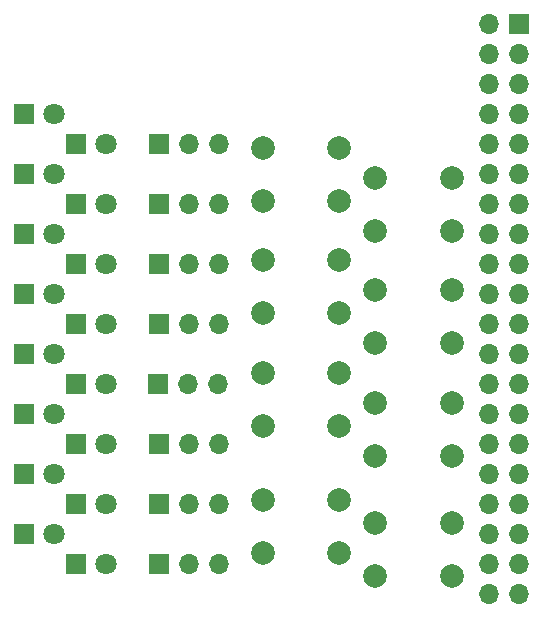
<source format=gbs>
G04 #@! TF.GenerationSoftware,KiCad,Pcbnew,(6.0.1)*
G04 #@! TF.CreationDate,2022-08-31T10:29:55-04:00*
G04 #@! TF.ProjectId,ITX-SWLEDs,4954582d-5357-44c4-9544-732e6b696361,1*
G04 #@! TF.SameCoordinates,Original*
G04 #@! TF.FileFunction,Soldermask,Bot*
G04 #@! TF.FilePolarity,Negative*
%FSLAX46Y46*%
G04 Gerber Fmt 4.6, Leading zero omitted, Abs format (unit mm)*
G04 Created by KiCad (PCBNEW (6.0.1)) date 2022-08-31 10:29:55*
%MOMM*%
%LPD*%
G01*
G04 APERTURE LIST*
%ADD10R,1.700000X1.700000*%
%ADD11O,1.700000X1.700000*%
%ADD12C,2.000000*%
%ADD13R,1.800000X1.800000*%
%ADD14C,1.800000*%
G04 APERTURE END LIST*
D10*
X120635000Y-82804000D03*
D11*
X123175000Y-82804000D03*
X125715000Y-82804000D03*
D12*
X138990000Y-84364000D03*
X145490000Y-84364000D03*
X138990000Y-88864000D03*
X145490000Y-88864000D03*
X135965000Y-72299000D03*
X129465000Y-72299000D03*
X129465000Y-76799000D03*
X135965000Y-76799000D03*
D10*
X120650000Y-72644000D03*
D11*
X123190000Y-72644000D03*
X125730000Y-72644000D03*
D13*
X109215000Y-70104000D03*
D14*
X111755000Y-70104000D03*
D13*
X113660000Y-67564000D03*
D14*
X116200000Y-67564000D03*
D13*
X109215000Y-59944000D03*
D14*
X111755000Y-59944000D03*
D10*
X120650000Y-98044000D03*
D11*
X123190000Y-98044000D03*
X125730000Y-98044000D03*
D10*
X151130000Y-52324000D03*
D11*
X148590000Y-52324000D03*
X151130000Y-54864000D03*
X148590000Y-54864000D03*
X151130000Y-57404000D03*
X148590000Y-57404000D03*
X151130000Y-59944000D03*
X148590000Y-59944000D03*
X151130000Y-62484000D03*
X148590000Y-62484000D03*
X151130000Y-65024000D03*
X148590000Y-65024000D03*
X151130000Y-67564000D03*
X148590000Y-67564000D03*
X151130000Y-70104000D03*
X148590000Y-70104000D03*
X151130000Y-72644000D03*
X148590000Y-72644000D03*
X151130000Y-75184000D03*
X148590000Y-75184000D03*
X151130000Y-77724000D03*
X148590000Y-77724000D03*
X151130000Y-80264000D03*
X148590000Y-80264000D03*
X151130000Y-82804000D03*
X148590000Y-82804000D03*
X151130000Y-85344000D03*
X148590000Y-85344000D03*
X151130000Y-87884000D03*
X148590000Y-87884000D03*
X151130000Y-90424000D03*
X148590000Y-90424000D03*
X151130000Y-92964000D03*
X148590000Y-92964000D03*
X151130000Y-95504000D03*
X148590000Y-95504000D03*
X151130000Y-98044000D03*
X148590000Y-98044000D03*
X151130000Y-100584000D03*
X148590000Y-100584000D03*
D13*
X113660000Y-62484000D03*
D14*
X116200000Y-62484000D03*
D10*
X120650000Y-67564000D03*
D11*
X123190000Y-67564000D03*
X125730000Y-67564000D03*
D10*
X120650000Y-92964000D03*
D11*
X123190000Y-92964000D03*
X125730000Y-92964000D03*
D12*
X135965000Y-62774000D03*
X129465000Y-62774000D03*
X129465000Y-67274000D03*
X135965000Y-67274000D03*
D13*
X113660000Y-98044000D03*
D14*
X116200000Y-98044000D03*
D12*
X135965000Y-92619000D03*
X129465000Y-92619000D03*
X129465000Y-97119000D03*
X135965000Y-97119000D03*
X145490000Y-65314000D03*
X138990000Y-65314000D03*
X145490000Y-69814000D03*
X138990000Y-69814000D03*
D13*
X113660000Y-82804000D03*
D14*
X116200000Y-82804000D03*
D13*
X109215000Y-80264000D03*
D14*
X111755000Y-80264000D03*
D10*
X120650000Y-77724000D03*
D11*
X123190000Y-77724000D03*
X125730000Y-77724000D03*
D13*
X113660000Y-77724000D03*
D14*
X116200000Y-77724000D03*
D13*
X109215000Y-75184000D03*
D14*
X111755000Y-75184000D03*
D13*
X113660000Y-87884000D03*
D14*
X116200000Y-87884000D03*
D10*
X120650000Y-62484000D03*
D11*
X123190000Y-62484000D03*
X125730000Y-62484000D03*
D13*
X109215000Y-65024000D03*
D14*
X111755000Y-65024000D03*
D10*
X120650000Y-87884000D03*
D11*
X123190000Y-87884000D03*
X125730000Y-87884000D03*
D12*
X138990000Y-94524000D03*
X145490000Y-94524000D03*
X145490000Y-99024000D03*
X138990000Y-99024000D03*
D13*
X109230000Y-95504000D03*
D14*
X111770000Y-95504000D03*
D12*
X135965000Y-81824000D03*
X129465000Y-81824000D03*
X135965000Y-86324000D03*
X129465000Y-86324000D03*
D13*
X109215000Y-85344000D03*
D14*
X111755000Y-85344000D03*
D13*
X113660000Y-92964000D03*
D14*
X116200000Y-92964000D03*
D13*
X113660000Y-72644000D03*
D14*
X116200000Y-72644000D03*
D12*
X145490000Y-74839000D03*
X138990000Y-74839000D03*
X145490000Y-79339000D03*
X138990000Y-79339000D03*
D13*
X109215000Y-90424000D03*
D14*
X111755000Y-90424000D03*
M02*

</source>
